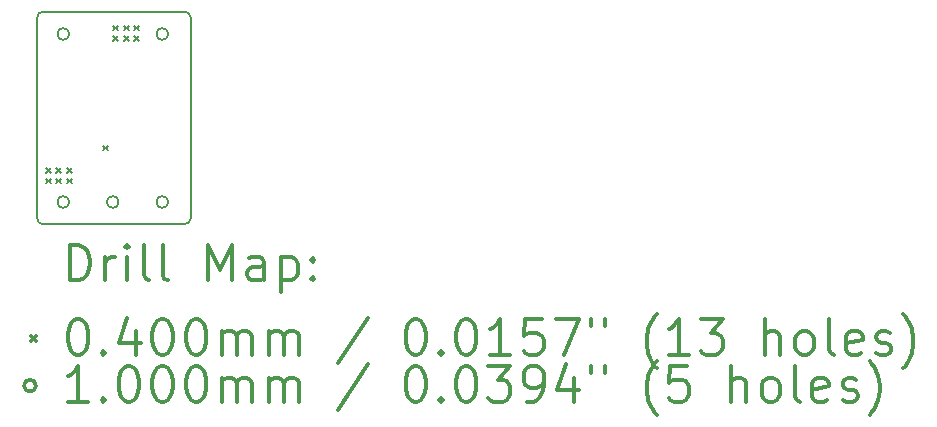
<source format=gbr>
%FSLAX45Y45*%
G04 Gerber Fmt 4.5, Leading zero omitted, Abs format (unit mm)*
G04 Created by KiCad (PCBNEW (5.1.10)-1) date 2023-08-30 00:20:51*
%MOMM*%
%LPD*%
G01*
G04 APERTURE LIST*
%TA.AperFunction,Profile*%
%ADD10C,0.200000*%
%TD*%
%ADD11C,0.200000*%
%ADD12C,0.300000*%
G04 APERTURE END LIST*
D10*
X15785300Y-8342100D02*
X15785300Y-6642100D01*
X15735300Y-6592100D02*
X14535300Y-6592100D01*
X14485300Y-6642100D02*
X14485300Y-8342100D01*
X14535300Y-8392100D02*
X15735300Y-8392100D01*
X15785300Y-8342100D02*
G75*
G02*
X15735300Y-8392100I-50000J0D01*
G01*
X14485300Y-6642100D02*
G75*
G02*
X14535300Y-6592100I50000J0D01*
G01*
X14535300Y-8392100D02*
G75*
G02*
X14485300Y-8342100I0J50000D01*
G01*
X15735300Y-6592100D02*
G75*
G02*
X15785300Y-6642100I0J-50000D01*
G01*
D11*
X14559600Y-7917500D02*
X14599600Y-7957500D01*
X14599600Y-7917500D02*
X14559600Y-7957500D01*
X14559600Y-8006400D02*
X14599600Y-8046400D01*
X14599600Y-8006400D02*
X14559600Y-8046400D01*
X14648500Y-7917500D02*
X14688500Y-7957500D01*
X14688500Y-7917500D02*
X14648500Y-7957500D01*
X14648500Y-8006400D02*
X14688500Y-8046400D01*
X14688500Y-8006400D02*
X14648500Y-8046400D01*
X14737400Y-7917500D02*
X14777400Y-7957500D01*
X14777400Y-7917500D02*
X14737400Y-7957500D01*
X14737400Y-8006400D02*
X14777400Y-8046400D01*
X14777400Y-8006400D02*
X14737400Y-8046400D01*
X15042200Y-7727000D02*
X15082200Y-7767000D01*
X15082200Y-7727000D02*
X15042200Y-7767000D01*
X15131100Y-6711000D02*
X15171100Y-6751000D01*
X15171100Y-6711000D02*
X15131100Y-6751000D01*
X15131100Y-6799900D02*
X15171100Y-6839900D01*
X15171100Y-6799900D02*
X15131100Y-6839900D01*
X15220000Y-6711000D02*
X15260000Y-6751000D01*
X15260000Y-6711000D02*
X15220000Y-6751000D01*
X15220000Y-6799900D02*
X15260000Y-6839900D01*
X15260000Y-6799900D02*
X15220000Y-6839900D01*
X15308900Y-6711000D02*
X15348900Y-6751000D01*
X15348900Y-6711000D02*
X15308900Y-6751000D01*
X15308900Y-6799900D02*
X15348900Y-6839900D01*
X15348900Y-6799900D02*
X15308900Y-6839900D01*
X14756600Y-6781800D02*
G75*
G03*
X14756600Y-6781800I-50000J0D01*
G01*
X14756600Y-8204200D02*
G75*
G03*
X14756600Y-8204200I-50000J0D01*
G01*
X15175700Y-8204200D02*
G75*
G03*
X15175700Y-8204200I-50000J0D01*
G01*
X15594800Y-6781800D02*
G75*
G03*
X15594800Y-6781800I-50000J0D01*
G01*
X15594800Y-8204200D02*
G75*
G03*
X15594800Y-8204200I-50000J0D01*
G01*
D12*
X14761728Y-8867814D02*
X14761728Y-8567814D01*
X14833157Y-8567814D01*
X14876014Y-8582100D01*
X14904586Y-8610672D01*
X14918871Y-8639243D01*
X14933157Y-8696386D01*
X14933157Y-8739243D01*
X14918871Y-8796386D01*
X14904586Y-8824957D01*
X14876014Y-8853529D01*
X14833157Y-8867814D01*
X14761728Y-8867814D01*
X15061728Y-8867814D02*
X15061728Y-8667814D01*
X15061728Y-8724957D02*
X15076014Y-8696386D01*
X15090300Y-8682100D01*
X15118871Y-8667814D01*
X15147443Y-8667814D01*
X15247443Y-8867814D02*
X15247443Y-8667814D01*
X15247443Y-8567814D02*
X15233157Y-8582100D01*
X15247443Y-8596386D01*
X15261728Y-8582100D01*
X15247443Y-8567814D01*
X15247443Y-8596386D01*
X15433157Y-8867814D02*
X15404586Y-8853529D01*
X15390300Y-8824957D01*
X15390300Y-8567814D01*
X15590300Y-8867814D02*
X15561728Y-8853529D01*
X15547443Y-8824957D01*
X15547443Y-8567814D01*
X15933157Y-8867814D02*
X15933157Y-8567814D01*
X16033157Y-8782100D01*
X16133157Y-8567814D01*
X16133157Y-8867814D01*
X16404586Y-8867814D02*
X16404586Y-8710672D01*
X16390300Y-8682100D01*
X16361728Y-8667814D01*
X16304586Y-8667814D01*
X16276014Y-8682100D01*
X16404586Y-8853529D02*
X16376014Y-8867814D01*
X16304586Y-8867814D01*
X16276014Y-8853529D01*
X16261728Y-8824957D01*
X16261728Y-8796386D01*
X16276014Y-8767814D01*
X16304586Y-8753529D01*
X16376014Y-8753529D01*
X16404586Y-8739243D01*
X16547443Y-8667814D02*
X16547443Y-8967814D01*
X16547443Y-8682100D02*
X16576014Y-8667814D01*
X16633157Y-8667814D01*
X16661728Y-8682100D01*
X16676014Y-8696386D01*
X16690300Y-8724957D01*
X16690300Y-8810672D01*
X16676014Y-8839243D01*
X16661728Y-8853529D01*
X16633157Y-8867814D01*
X16576014Y-8867814D01*
X16547443Y-8853529D01*
X16818871Y-8839243D02*
X16833157Y-8853529D01*
X16818871Y-8867814D01*
X16804586Y-8853529D01*
X16818871Y-8839243D01*
X16818871Y-8867814D01*
X16818871Y-8682100D02*
X16833157Y-8696386D01*
X16818871Y-8710672D01*
X16804586Y-8696386D01*
X16818871Y-8682100D01*
X16818871Y-8710672D01*
X14435300Y-9342100D02*
X14475300Y-9382100D01*
X14475300Y-9342100D02*
X14435300Y-9382100D01*
X14818871Y-9197814D02*
X14847443Y-9197814D01*
X14876014Y-9212100D01*
X14890300Y-9226386D01*
X14904586Y-9254957D01*
X14918871Y-9312100D01*
X14918871Y-9383529D01*
X14904586Y-9440672D01*
X14890300Y-9469243D01*
X14876014Y-9483529D01*
X14847443Y-9497814D01*
X14818871Y-9497814D01*
X14790300Y-9483529D01*
X14776014Y-9469243D01*
X14761728Y-9440672D01*
X14747443Y-9383529D01*
X14747443Y-9312100D01*
X14761728Y-9254957D01*
X14776014Y-9226386D01*
X14790300Y-9212100D01*
X14818871Y-9197814D01*
X15047443Y-9469243D02*
X15061728Y-9483529D01*
X15047443Y-9497814D01*
X15033157Y-9483529D01*
X15047443Y-9469243D01*
X15047443Y-9497814D01*
X15318871Y-9297814D02*
X15318871Y-9497814D01*
X15247443Y-9183529D02*
X15176014Y-9397814D01*
X15361728Y-9397814D01*
X15533157Y-9197814D02*
X15561728Y-9197814D01*
X15590300Y-9212100D01*
X15604586Y-9226386D01*
X15618871Y-9254957D01*
X15633157Y-9312100D01*
X15633157Y-9383529D01*
X15618871Y-9440672D01*
X15604586Y-9469243D01*
X15590300Y-9483529D01*
X15561728Y-9497814D01*
X15533157Y-9497814D01*
X15504586Y-9483529D01*
X15490300Y-9469243D01*
X15476014Y-9440672D01*
X15461728Y-9383529D01*
X15461728Y-9312100D01*
X15476014Y-9254957D01*
X15490300Y-9226386D01*
X15504586Y-9212100D01*
X15533157Y-9197814D01*
X15818871Y-9197814D02*
X15847443Y-9197814D01*
X15876014Y-9212100D01*
X15890300Y-9226386D01*
X15904586Y-9254957D01*
X15918871Y-9312100D01*
X15918871Y-9383529D01*
X15904586Y-9440672D01*
X15890300Y-9469243D01*
X15876014Y-9483529D01*
X15847443Y-9497814D01*
X15818871Y-9497814D01*
X15790300Y-9483529D01*
X15776014Y-9469243D01*
X15761728Y-9440672D01*
X15747443Y-9383529D01*
X15747443Y-9312100D01*
X15761728Y-9254957D01*
X15776014Y-9226386D01*
X15790300Y-9212100D01*
X15818871Y-9197814D01*
X16047443Y-9497814D02*
X16047443Y-9297814D01*
X16047443Y-9326386D02*
X16061728Y-9312100D01*
X16090300Y-9297814D01*
X16133157Y-9297814D01*
X16161728Y-9312100D01*
X16176014Y-9340672D01*
X16176014Y-9497814D01*
X16176014Y-9340672D02*
X16190300Y-9312100D01*
X16218871Y-9297814D01*
X16261728Y-9297814D01*
X16290300Y-9312100D01*
X16304586Y-9340672D01*
X16304586Y-9497814D01*
X16447443Y-9497814D02*
X16447443Y-9297814D01*
X16447443Y-9326386D02*
X16461728Y-9312100D01*
X16490300Y-9297814D01*
X16533157Y-9297814D01*
X16561728Y-9312100D01*
X16576014Y-9340672D01*
X16576014Y-9497814D01*
X16576014Y-9340672D02*
X16590300Y-9312100D01*
X16618871Y-9297814D01*
X16661728Y-9297814D01*
X16690300Y-9312100D01*
X16704586Y-9340672D01*
X16704586Y-9497814D01*
X17290300Y-9183529D02*
X17033157Y-9569243D01*
X17676014Y-9197814D02*
X17704586Y-9197814D01*
X17733157Y-9212100D01*
X17747443Y-9226386D01*
X17761728Y-9254957D01*
X17776014Y-9312100D01*
X17776014Y-9383529D01*
X17761728Y-9440672D01*
X17747443Y-9469243D01*
X17733157Y-9483529D01*
X17704586Y-9497814D01*
X17676014Y-9497814D01*
X17647443Y-9483529D01*
X17633157Y-9469243D01*
X17618871Y-9440672D01*
X17604586Y-9383529D01*
X17604586Y-9312100D01*
X17618871Y-9254957D01*
X17633157Y-9226386D01*
X17647443Y-9212100D01*
X17676014Y-9197814D01*
X17904586Y-9469243D02*
X17918871Y-9483529D01*
X17904586Y-9497814D01*
X17890300Y-9483529D01*
X17904586Y-9469243D01*
X17904586Y-9497814D01*
X18104586Y-9197814D02*
X18133157Y-9197814D01*
X18161728Y-9212100D01*
X18176014Y-9226386D01*
X18190300Y-9254957D01*
X18204586Y-9312100D01*
X18204586Y-9383529D01*
X18190300Y-9440672D01*
X18176014Y-9469243D01*
X18161728Y-9483529D01*
X18133157Y-9497814D01*
X18104586Y-9497814D01*
X18076014Y-9483529D01*
X18061728Y-9469243D01*
X18047443Y-9440672D01*
X18033157Y-9383529D01*
X18033157Y-9312100D01*
X18047443Y-9254957D01*
X18061728Y-9226386D01*
X18076014Y-9212100D01*
X18104586Y-9197814D01*
X18490300Y-9497814D02*
X18318871Y-9497814D01*
X18404586Y-9497814D02*
X18404586Y-9197814D01*
X18376014Y-9240672D01*
X18347443Y-9269243D01*
X18318871Y-9283529D01*
X18761728Y-9197814D02*
X18618871Y-9197814D01*
X18604586Y-9340672D01*
X18618871Y-9326386D01*
X18647443Y-9312100D01*
X18718871Y-9312100D01*
X18747443Y-9326386D01*
X18761728Y-9340672D01*
X18776014Y-9369243D01*
X18776014Y-9440672D01*
X18761728Y-9469243D01*
X18747443Y-9483529D01*
X18718871Y-9497814D01*
X18647443Y-9497814D01*
X18618871Y-9483529D01*
X18604586Y-9469243D01*
X18876014Y-9197814D02*
X19076014Y-9197814D01*
X18947443Y-9497814D01*
X19176014Y-9197814D02*
X19176014Y-9254957D01*
X19290300Y-9197814D02*
X19290300Y-9254957D01*
X19733157Y-9612100D02*
X19718871Y-9597814D01*
X19690300Y-9554957D01*
X19676014Y-9526386D01*
X19661728Y-9483529D01*
X19647443Y-9412100D01*
X19647443Y-9354957D01*
X19661728Y-9283529D01*
X19676014Y-9240672D01*
X19690300Y-9212100D01*
X19718871Y-9169243D01*
X19733157Y-9154957D01*
X20004586Y-9497814D02*
X19833157Y-9497814D01*
X19918871Y-9497814D02*
X19918871Y-9197814D01*
X19890300Y-9240672D01*
X19861728Y-9269243D01*
X19833157Y-9283529D01*
X20104586Y-9197814D02*
X20290300Y-9197814D01*
X20190300Y-9312100D01*
X20233157Y-9312100D01*
X20261728Y-9326386D01*
X20276014Y-9340672D01*
X20290300Y-9369243D01*
X20290300Y-9440672D01*
X20276014Y-9469243D01*
X20261728Y-9483529D01*
X20233157Y-9497814D01*
X20147443Y-9497814D01*
X20118871Y-9483529D01*
X20104586Y-9469243D01*
X20647443Y-9497814D02*
X20647443Y-9197814D01*
X20776014Y-9497814D02*
X20776014Y-9340672D01*
X20761728Y-9312100D01*
X20733157Y-9297814D01*
X20690300Y-9297814D01*
X20661728Y-9312100D01*
X20647443Y-9326386D01*
X20961728Y-9497814D02*
X20933157Y-9483529D01*
X20918871Y-9469243D01*
X20904586Y-9440672D01*
X20904586Y-9354957D01*
X20918871Y-9326386D01*
X20933157Y-9312100D01*
X20961728Y-9297814D01*
X21004586Y-9297814D01*
X21033157Y-9312100D01*
X21047443Y-9326386D01*
X21061728Y-9354957D01*
X21061728Y-9440672D01*
X21047443Y-9469243D01*
X21033157Y-9483529D01*
X21004586Y-9497814D01*
X20961728Y-9497814D01*
X21233157Y-9497814D02*
X21204586Y-9483529D01*
X21190300Y-9454957D01*
X21190300Y-9197814D01*
X21461728Y-9483529D02*
X21433157Y-9497814D01*
X21376014Y-9497814D01*
X21347443Y-9483529D01*
X21333157Y-9454957D01*
X21333157Y-9340672D01*
X21347443Y-9312100D01*
X21376014Y-9297814D01*
X21433157Y-9297814D01*
X21461728Y-9312100D01*
X21476014Y-9340672D01*
X21476014Y-9369243D01*
X21333157Y-9397814D01*
X21590300Y-9483529D02*
X21618871Y-9497814D01*
X21676014Y-9497814D01*
X21704586Y-9483529D01*
X21718871Y-9454957D01*
X21718871Y-9440672D01*
X21704586Y-9412100D01*
X21676014Y-9397814D01*
X21633157Y-9397814D01*
X21604586Y-9383529D01*
X21590300Y-9354957D01*
X21590300Y-9340672D01*
X21604586Y-9312100D01*
X21633157Y-9297814D01*
X21676014Y-9297814D01*
X21704586Y-9312100D01*
X21818871Y-9612100D02*
X21833157Y-9597814D01*
X21861728Y-9554957D01*
X21876014Y-9526386D01*
X21890300Y-9483529D01*
X21904586Y-9412100D01*
X21904586Y-9354957D01*
X21890300Y-9283529D01*
X21876014Y-9240672D01*
X21861728Y-9212100D01*
X21833157Y-9169243D01*
X21818871Y-9154957D01*
X14475300Y-9758100D02*
G75*
G03*
X14475300Y-9758100I-50000J0D01*
G01*
X14918871Y-9893814D02*
X14747443Y-9893814D01*
X14833157Y-9893814D02*
X14833157Y-9593814D01*
X14804586Y-9636672D01*
X14776014Y-9665243D01*
X14747443Y-9679529D01*
X15047443Y-9865243D02*
X15061728Y-9879529D01*
X15047443Y-9893814D01*
X15033157Y-9879529D01*
X15047443Y-9865243D01*
X15047443Y-9893814D01*
X15247443Y-9593814D02*
X15276014Y-9593814D01*
X15304586Y-9608100D01*
X15318871Y-9622386D01*
X15333157Y-9650957D01*
X15347443Y-9708100D01*
X15347443Y-9779529D01*
X15333157Y-9836672D01*
X15318871Y-9865243D01*
X15304586Y-9879529D01*
X15276014Y-9893814D01*
X15247443Y-9893814D01*
X15218871Y-9879529D01*
X15204586Y-9865243D01*
X15190300Y-9836672D01*
X15176014Y-9779529D01*
X15176014Y-9708100D01*
X15190300Y-9650957D01*
X15204586Y-9622386D01*
X15218871Y-9608100D01*
X15247443Y-9593814D01*
X15533157Y-9593814D02*
X15561728Y-9593814D01*
X15590300Y-9608100D01*
X15604586Y-9622386D01*
X15618871Y-9650957D01*
X15633157Y-9708100D01*
X15633157Y-9779529D01*
X15618871Y-9836672D01*
X15604586Y-9865243D01*
X15590300Y-9879529D01*
X15561728Y-9893814D01*
X15533157Y-9893814D01*
X15504586Y-9879529D01*
X15490300Y-9865243D01*
X15476014Y-9836672D01*
X15461728Y-9779529D01*
X15461728Y-9708100D01*
X15476014Y-9650957D01*
X15490300Y-9622386D01*
X15504586Y-9608100D01*
X15533157Y-9593814D01*
X15818871Y-9593814D02*
X15847443Y-9593814D01*
X15876014Y-9608100D01*
X15890300Y-9622386D01*
X15904586Y-9650957D01*
X15918871Y-9708100D01*
X15918871Y-9779529D01*
X15904586Y-9836672D01*
X15890300Y-9865243D01*
X15876014Y-9879529D01*
X15847443Y-9893814D01*
X15818871Y-9893814D01*
X15790300Y-9879529D01*
X15776014Y-9865243D01*
X15761728Y-9836672D01*
X15747443Y-9779529D01*
X15747443Y-9708100D01*
X15761728Y-9650957D01*
X15776014Y-9622386D01*
X15790300Y-9608100D01*
X15818871Y-9593814D01*
X16047443Y-9893814D02*
X16047443Y-9693814D01*
X16047443Y-9722386D02*
X16061728Y-9708100D01*
X16090300Y-9693814D01*
X16133157Y-9693814D01*
X16161728Y-9708100D01*
X16176014Y-9736672D01*
X16176014Y-9893814D01*
X16176014Y-9736672D02*
X16190300Y-9708100D01*
X16218871Y-9693814D01*
X16261728Y-9693814D01*
X16290300Y-9708100D01*
X16304586Y-9736672D01*
X16304586Y-9893814D01*
X16447443Y-9893814D02*
X16447443Y-9693814D01*
X16447443Y-9722386D02*
X16461728Y-9708100D01*
X16490300Y-9693814D01*
X16533157Y-9693814D01*
X16561728Y-9708100D01*
X16576014Y-9736672D01*
X16576014Y-9893814D01*
X16576014Y-9736672D02*
X16590300Y-9708100D01*
X16618871Y-9693814D01*
X16661728Y-9693814D01*
X16690300Y-9708100D01*
X16704586Y-9736672D01*
X16704586Y-9893814D01*
X17290300Y-9579529D02*
X17033157Y-9965243D01*
X17676014Y-9593814D02*
X17704586Y-9593814D01*
X17733157Y-9608100D01*
X17747443Y-9622386D01*
X17761728Y-9650957D01*
X17776014Y-9708100D01*
X17776014Y-9779529D01*
X17761728Y-9836672D01*
X17747443Y-9865243D01*
X17733157Y-9879529D01*
X17704586Y-9893814D01*
X17676014Y-9893814D01*
X17647443Y-9879529D01*
X17633157Y-9865243D01*
X17618871Y-9836672D01*
X17604586Y-9779529D01*
X17604586Y-9708100D01*
X17618871Y-9650957D01*
X17633157Y-9622386D01*
X17647443Y-9608100D01*
X17676014Y-9593814D01*
X17904586Y-9865243D02*
X17918871Y-9879529D01*
X17904586Y-9893814D01*
X17890300Y-9879529D01*
X17904586Y-9865243D01*
X17904586Y-9893814D01*
X18104586Y-9593814D02*
X18133157Y-9593814D01*
X18161728Y-9608100D01*
X18176014Y-9622386D01*
X18190300Y-9650957D01*
X18204586Y-9708100D01*
X18204586Y-9779529D01*
X18190300Y-9836672D01*
X18176014Y-9865243D01*
X18161728Y-9879529D01*
X18133157Y-9893814D01*
X18104586Y-9893814D01*
X18076014Y-9879529D01*
X18061728Y-9865243D01*
X18047443Y-9836672D01*
X18033157Y-9779529D01*
X18033157Y-9708100D01*
X18047443Y-9650957D01*
X18061728Y-9622386D01*
X18076014Y-9608100D01*
X18104586Y-9593814D01*
X18304586Y-9593814D02*
X18490300Y-9593814D01*
X18390300Y-9708100D01*
X18433157Y-9708100D01*
X18461728Y-9722386D01*
X18476014Y-9736672D01*
X18490300Y-9765243D01*
X18490300Y-9836672D01*
X18476014Y-9865243D01*
X18461728Y-9879529D01*
X18433157Y-9893814D01*
X18347443Y-9893814D01*
X18318871Y-9879529D01*
X18304586Y-9865243D01*
X18633157Y-9893814D02*
X18690300Y-9893814D01*
X18718871Y-9879529D01*
X18733157Y-9865243D01*
X18761728Y-9822386D01*
X18776014Y-9765243D01*
X18776014Y-9650957D01*
X18761728Y-9622386D01*
X18747443Y-9608100D01*
X18718871Y-9593814D01*
X18661728Y-9593814D01*
X18633157Y-9608100D01*
X18618871Y-9622386D01*
X18604586Y-9650957D01*
X18604586Y-9722386D01*
X18618871Y-9750957D01*
X18633157Y-9765243D01*
X18661728Y-9779529D01*
X18718871Y-9779529D01*
X18747443Y-9765243D01*
X18761728Y-9750957D01*
X18776014Y-9722386D01*
X19033157Y-9693814D02*
X19033157Y-9893814D01*
X18961728Y-9579529D02*
X18890300Y-9793814D01*
X19076014Y-9793814D01*
X19176014Y-9593814D02*
X19176014Y-9650957D01*
X19290300Y-9593814D02*
X19290300Y-9650957D01*
X19733157Y-10008100D02*
X19718871Y-9993814D01*
X19690300Y-9950957D01*
X19676014Y-9922386D01*
X19661728Y-9879529D01*
X19647443Y-9808100D01*
X19647443Y-9750957D01*
X19661728Y-9679529D01*
X19676014Y-9636672D01*
X19690300Y-9608100D01*
X19718871Y-9565243D01*
X19733157Y-9550957D01*
X19990300Y-9593814D02*
X19847443Y-9593814D01*
X19833157Y-9736672D01*
X19847443Y-9722386D01*
X19876014Y-9708100D01*
X19947443Y-9708100D01*
X19976014Y-9722386D01*
X19990300Y-9736672D01*
X20004586Y-9765243D01*
X20004586Y-9836672D01*
X19990300Y-9865243D01*
X19976014Y-9879529D01*
X19947443Y-9893814D01*
X19876014Y-9893814D01*
X19847443Y-9879529D01*
X19833157Y-9865243D01*
X20361728Y-9893814D02*
X20361728Y-9593814D01*
X20490300Y-9893814D02*
X20490300Y-9736672D01*
X20476014Y-9708100D01*
X20447443Y-9693814D01*
X20404586Y-9693814D01*
X20376014Y-9708100D01*
X20361728Y-9722386D01*
X20676014Y-9893814D02*
X20647443Y-9879529D01*
X20633157Y-9865243D01*
X20618871Y-9836672D01*
X20618871Y-9750957D01*
X20633157Y-9722386D01*
X20647443Y-9708100D01*
X20676014Y-9693814D01*
X20718871Y-9693814D01*
X20747443Y-9708100D01*
X20761728Y-9722386D01*
X20776014Y-9750957D01*
X20776014Y-9836672D01*
X20761728Y-9865243D01*
X20747443Y-9879529D01*
X20718871Y-9893814D01*
X20676014Y-9893814D01*
X20947443Y-9893814D02*
X20918871Y-9879529D01*
X20904586Y-9850957D01*
X20904586Y-9593814D01*
X21176014Y-9879529D02*
X21147443Y-9893814D01*
X21090300Y-9893814D01*
X21061728Y-9879529D01*
X21047443Y-9850957D01*
X21047443Y-9736672D01*
X21061728Y-9708100D01*
X21090300Y-9693814D01*
X21147443Y-9693814D01*
X21176014Y-9708100D01*
X21190300Y-9736672D01*
X21190300Y-9765243D01*
X21047443Y-9793814D01*
X21304586Y-9879529D02*
X21333157Y-9893814D01*
X21390300Y-9893814D01*
X21418871Y-9879529D01*
X21433157Y-9850957D01*
X21433157Y-9836672D01*
X21418871Y-9808100D01*
X21390300Y-9793814D01*
X21347443Y-9793814D01*
X21318871Y-9779529D01*
X21304586Y-9750957D01*
X21304586Y-9736672D01*
X21318871Y-9708100D01*
X21347443Y-9693814D01*
X21390300Y-9693814D01*
X21418871Y-9708100D01*
X21533157Y-10008100D02*
X21547443Y-9993814D01*
X21576014Y-9950957D01*
X21590300Y-9922386D01*
X21604586Y-9879529D01*
X21618871Y-9808100D01*
X21618871Y-9750957D01*
X21604586Y-9679529D01*
X21590300Y-9636672D01*
X21576014Y-9608100D01*
X21547443Y-9565243D01*
X21533157Y-9550957D01*
M02*

</source>
